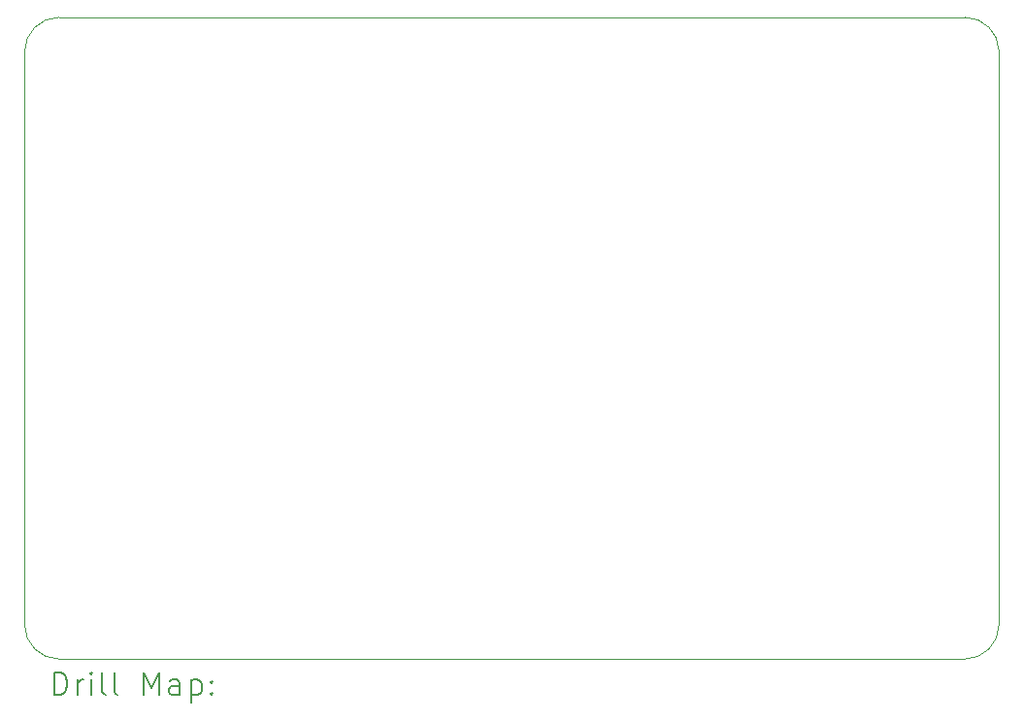
<source format=gbr>
%TF.GenerationSoftware,KiCad,Pcbnew,9.0.1-9.0.1-0~ubuntu24.04.1*%
%TF.CreationDate,2025-04-10T02:26:30-04:00*%
%TF.ProjectId,EEG SHIELD,45454720-5348-4494-954c-442e6b696361,B*%
%TF.SameCoordinates,Original*%
%TF.FileFunction,Drillmap*%
%TF.FilePolarity,Positive*%
%FSLAX45Y45*%
G04 Gerber Fmt 4.5, Leading zero omitted, Abs format (unit mm)*
G04 Created by KiCad (PCBNEW 9.0.1-9.0.1-0~ubuntu24.04.1) date 2025-04-10 02:26:30*
%MOMM*%
%LPD*%
G01*
G04 APERTURE LIST*
%ADD10C,0.050000*%
%ADD11C,0.200000*%
G04 APERTURE END LIST*
D10*
X19494000Y-7800000D02*
X11594000Y-7800000D01*
X11294000Y-8100000D02*
G75*
G02*
X11594000Y-7800000I300000J0D01*
G01*
X11594000Y-13400000D02*
G75*
G02*
X11294000Y-13100000I0J300000D01*
G01*
X19794000Y-13100000D02*
G75*
G02*
X19494000Y-13400000I-300000J0D01*
G01*
X19794000Y-13100000D02*
X19794000Y-8100000D01*
X11594000Y-13400000D02*
X19494000Y-13400000D01*
X11294000Y-8100000D02*
X11294000Y-13100000D01*
X19494000Y-7800000D02*
G75*
G02*
X19794000Y-8100000I0J-300000D01*
G01*
D11*
X11552277Y-13713984D02*
X11552277Y-13513984D01*
X11552277Y-13513984D02*
X11599896Y-13513984D01*
X11599896Y-13513984D02*
X11628467Y-13523508D01*
X11628467Y-13523508D02*
X11647515Y-13542555D01*
X11647515Y-13542555D02*
X11657039Y-13561603D01*
X11657039Y-13561603D02*
X11666562Y-13599698D01*
X11666562Y-13599698D02*
X11666562Y-13628269D01*
X11666562Y-13628269D02*
X11657039Y-13666365D01*
X11657039Y-13666365D02*
X11647515Y-13685412D01*
X11647515Y-13685412D02*
X11628467Y-13704460D01*
X11628467Y-13704460D02*
X11599896Y-13713984D01*
X11599896Y-13713984D02*
X11552277Y-13713984D01*
X11752277Y-13713984D02*
X11752277Y-13580650D01*
X11752277Y-13618746D02*
X11761801Y-13599698D01*
X11761801Y-13599698D02*
X11771324Y-13590174D01*
X11771324Y-13590174D02*
X11790372Y-13580650D01*
X11790372Y-13580650D02*
X11809420Y-13580650D01*
X11876086Y-13713984D02*
X11876086Y-13580650D01*
X11876086Y-13513984D02*
X11866562Y-13523508D01*
X11866562Y-13523508D02*
X11876086Y-13533031D01*
X11876086Y-13533031D02*
X11885610Y-13523508D01*
X11885610Y-13523508D02*
X11876086Y-13513984D01*
X11876086Y-13513984D02*
X11876086Y-13533031D01*
X11999896Y-13713984D02*
X11980848Y-13704460D01*
X11980848Y-13704460D02*
X11971324Y-13685412D01*
X11971324Y-13685412D02*
X11971324Y-13513984D01*
X12104658Y-13713984D02*
X12085610Y-13704460D01*
X12085610Y-13704460D02*
X12076086Y-13685412D01*
X12076086Y-13685412D02*
X12076086Y-13513984D01*
X12333229Y-13713984D02*
X12333229Y-13513984D01*
X12333229Y-13513984D02*
X12399896Y-13656841D01*
X12399896Y-13656841D02*
X12466562Y-13513984D01*
X12466562Y-13513984D02*
X12466562Y-13713984D01*
X12647515Y-13713984D02*
X12647515Y-13609222D01*
X12647515Y-13609222D02*
X12637991Y-13590174D01*
X12637991Y-13590174D02*
X12618943Y-13580650D01*
X12618943Y-13580650D02*
X12580848Y-13580650D01*
X12580848Y-13580650D02*
X12561801Y-13590174D01*
X12647515Y-13704460D02*
X12628467Y-13713984D01*
X12628467Y-13713984D02*
X12580848Y-13713984D01*
X12580848Y-13713984D02*
X12561801Y-13704460D01*
X12561801Y-13704460D02*
X12552277Y-13685412D01*
X12552277Y-13685412D02*
X12552277Y-13666365D01*
X12552277Y-13666365D02*
X12561801Y-13647317D01*
X12561801Y-13647317D02*
X12580848Y-13637793D01*
X12580848Y-13637793D02*
X12628467Y-13637793D01*
X12628467Y-13637793D02*
X12647515Y-13628269D01*
X12742753Y-13580650D02*
X12742753Y-13780650D01*
X12742753Y-13590174D02*
X12761801Y-13580650D01*
X12761801Y-13580650D02*
X12799896Y-13580650D01*
X12799896Y-13580650D02*
X12818943Y-13590174D01*
X12818943Y-13590174D02*
X12828467Y-13599698D01*
X12828467Y-13599698D02*
X12837991Y-13618746D01*
X12837991Y-13618746D02*
X12837991Y-13675888D01*
X12837991Y-13675888D02*
X12828467Y-13694936D01*
X12828467Y-13694936D02*
X12818943Y-13704460D01*
X12818943Y-13704460D02*
X12799896Y-13713984D01*
X12799896Y-13713984D02*
X12761801Y-13713984D01*
X12761801Y-13713984D02*
X12742753Y-13704460D01*
X12923705Y-13694936D02*
X12933229Y-13704460D01*
X12933229Y-13704460D02*
X12923705Y-13713984D01*
X12923705Y-13713984D02*
X12914182Y-13704460D01*
X12914182Y-13704460D02*
X12923705Y-13694936D01*
X12923705Y-13694936D02*
X12923705Y-13713984D01*
X12923705Y-13590174D02*
X12933229Y-13599698D01*
X12933229Y-13599698D02*
X12923705Y-13609222D01*
X12923705Y-13609222D02*
X12914182Y-13599698D01*
X12914182Y-13599698D02*
X12923705Y-13590174D01*
X12923705Y-13590174D02*
X12923705Y-13609222D01*
M02*

</source>
